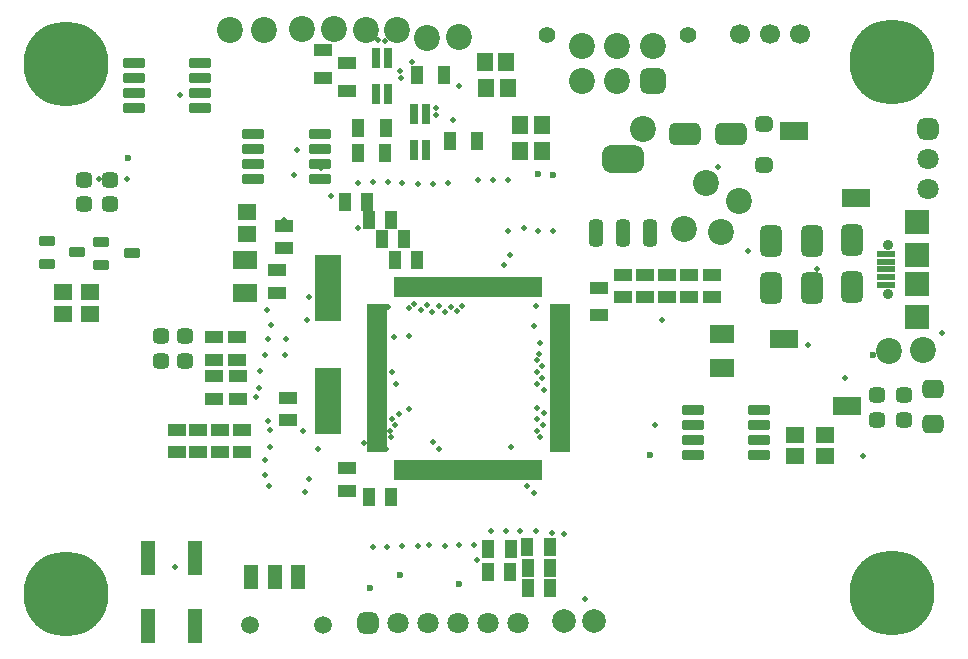
<source format=gts>
G04*
G04 #@! TF.GenerationSoftware,Altium Limited,Altium Designer,23.11.1 (41)*
G04*
G04 Layer_Color=8388736*
%FSLAX44Y44*%
%MOMM*%
G71*
G04*
G04 #@! TF.SameCoordinates,4CE7A35D-70A9-472E-BD1E-F3F5204FB4D5*
G04*
G04*
G04 #@! TF.FilePolarity,Negative*
G04*
G01*
G75*
%ADD42R,2.2000X5.7000*%
%ADD43R,1.5000X1.1000*%
%ADD44R,1.1000X1.5000*%
%ADD45R,1.2000X2.9500*%
G04:AMPARAMS|DCode=46|XSize=0.85mm|YSize=1.4mm|CornerRadius=0.2625mm|HoleSize=0mm|Usage=FLASHONLY|Rotation=90.000|XOffset=0mm|YOffset=0mm|HoleType=Round|Shape=RoundedRectangle|*
%AMROUNDEDRECTD46*
21,1,0.8500,0.8750,0,0,90.0*
21,1,0.3250,1.4000,0,0,90.0*
1,1,0.5250,0.4375,0.1625*
1,1,0.5250,0.4375,-0.1625*
1,1,0.5250,-0.4375,-0.1625*
1,1,0.5250,-0.4375,0.1625*
%
%ADD46ROUNDEDRECTD46*%
G04:AMPARAMS|DCode=47|XSize=1.4mm|YSize=1.3mm|CornerRadius=0.375mm|HoleSize=0mm|Usage=FLASHONLY|Rotation=180.000|XOffset=0mm|YOffset=0mm|HoleType=Round|Shape=RoundedRectangle|*
%AMROUNDEDRECTD47*
21,1,1.4000,0.5500,0,0,180.0*
21,1,0.6500,1.3000,0,0,180.0*
1,1,0.7500,-0.3250,0.2750*
1,1,0.7500,0.3250,0.2750*
1,1,0.7500,0.3250,-0.2750*
1,1,0.7500,-0.3250,-0.2750*
%
%ADD47ROUNDEDRECTD47*%
%ADD48R,1.5500X1.3500*%
%ADD49C,2.2000*%
%ADD50R,1.3500X1.5500*%
%ADD51R,0.5000X1.6750*%
%ADD52R,1.6750X0.5000*%
%ADD53R,2.1500X1.6000*%
%ADD54R,0.7500X1.7000*%
G04:AMPARAMS|DCode=55|XSize=0.85mm|YSize=1.9mm|CornerRadius=0.2625mm|HoleSize=0mm|Usage=FLASHONLY|Rotation=90.000|XOffset=0mm|YOffset=0mm|HoleType=Round|Shape=RoundedRectangle|*
%AMROUNDEDRECTD55*
21,1,0.8500,1.3750,0,0,90.0*
21,1,0.3250,1.9000,0,0,90.0*
1,1,0.5250,0.6875,0.1625*
1,1,0.5250,0.6875,-0.1625*
1,1,0.5250,-0.6875,-0.1625*
1,1,0.5250,-0.6875,0.1625*
%
%ADD55ROUNDEDRECTD55*%
G04:AMPARAMS|DCode=56|XSize=1.9mm|YSize=2.7mm|CornerRadius=0.525mm|HoleSize=0mm|Usage=FLASHONLY|Rotation=270.000|XOffset=0mm|YOffset=0mm|HoleType=Round|Shape=RoundedRectangle|*
%AMROUNDEDRECTD56*
21,1,1.9000,1.6500,0,0,270.0*
21,1,0.8500,2.7000,0,0,270.0*
1,1,1.0500,-0.8250,-0.4250*
1,1,1.0500,-0.8250,0.4250*
1,1,1.0500,0.8250,0.4250*
1,1,1.0500,0.8250,-0.4250*
%
%ADD56ROUNDEDRECTD56*%
%ADD57R,2.4000X1.5000*%
G04:AMPARAMS|DCode=58|XSize=1.5mm|YSize=1.3mm|CornerRadius=0.375mm|HoleSize=0mm|Usage=FLASHONLY|Rotation=180.000|XOffset=0mm|YOffset=0mm|HoleType=Round|Shape=RoundedRectangle|*
%AMROUNDEDRECTD58*
21,1,1.5000,0.5500,0,0,180.0*
21,1,0.7500,1.3000,0,0,180.0*
1,1,0.7500,-0.3750,0.2750*
1,1,0.7500,0.3750,0.2750*
1,1,0.7500,0.3750,-0.2750*
1,1,0.7500,-0.3750,-0.2750*
%
%ADD58ROUNDEDRECTD58*%
%ADD59R,1.2000X2.1000*%
%ADD60R,2.1000X2.1000*%
%ADD61R,2.1000X2.0000*%
%ADD62R,1.5500X0.6000*%
G04:AMPARAMS|DCode=63|XSize=1.9mm|YSize=2.7mm|CornerRadius=0.525mm|HoleSize=0mm|Usage=FLASHONLY|Rotation=180.000|XOffset=0mm|YOffset=0mm|HoleType=Round|Shape=RoundedRectangle|*
%AMROUNDEDRECTD63*
21,1,1.9000,1.6500,0,0,180.0*
21,1,0.8500,2.7000,0,0,180.0*
1,1,1.0500,-0.4250,0.8250*
1,1,1.0500,0.4250,0.8250*
1,1,1.0500,0.4250,-0.8250*
1,1,1.0500,-0.4250,-0.8250*
%
%ADD63ROUNDEDRECTD63*%
G04:AMPARAMS|DCode=64|XSize=1.2mm|YSize=2.3mm|CornerRadius=0.35mm|HoleSize=0mm|Usage=FLASHONLY|Rotation=180.000|XOffset=0mm|YOffset=0mm|HoleType=Round|Shape=RoundedRectangle|*
%AMROUNDEDRECTD64*
21,1,1.2000,1.6000,0,0,180.0*
21,1,0.5000,2.3000,0,0,180.0*
1,1,0.7000,-0.2500,0.8000*
1,1,0.7000,0.2500,0.8000*
1,1,0.7000,0.2500,-0.8000*
1,1,0.7000,-0.2500,-0.8000*
%
%ADD64ROUNDEDRECTD64*%
G04:AMPARAMS|DCode=65|XSize=3.5mm|YSize=2.3mm|CornerRadius=0.625mm|HoleSize=0mm|Usage=FLASHONLY|Rotation=180.000|XOffset=0mm|YOffset=0mm|HoleType=Round|Shape=RoundedRectangle|*
%AMROUNDEDRECTD65*
21,1,3.5000,1.0500,0,0,180.0*
21,1,2.2500,2.3000,0,0,180.0*
1,1,1.2500,-1.1250,0.5250*
1,1,1.2500,1.1250,0.5250*
1,1,1.2500,1.1250,-0.5250*
1,1,1.2500,-1.1250,-0.5250*
%
%ADD65ROUNDEDRECTD65*%
G04:AMPARAMS|DCode=66|XSize=1.8mm|YSize=1.6mm|CornerRadius=0.45mm|HoleSize=0mm|Usage=FLASHONLY|Rotation=180.000|XOffset=0mm|YOffset=0mm|HoleType=Round|Shape=RoundedRectangle|*
%AMROUNDEDRECTD66*
21,1,1.8000,0.7000,0,0,180.0*
21,1,0.9000,1.6000,0,0,180.0*
1,1,0.9000,-0.4500,0.3500*
1,1,0.9000,0.4500,0.3500*
1,1,0.9000,0.4500,-0.3500*
1,1,0.9000,-0.4500,-0.3500*
%
%ADD66ROUNDEDRECTD66*%
%ADD67C,1.8000*%
G04:AMPARAMS|DCode=68|XSize=1.8mm|YSize=1.8mm|CornerRadius=0.5mm|HoleSize=0mm|Usage=FLASHONLY|Rotation=0.000|XOffset=0mm|YOffset=0mm|HoleType=Round|Shape=RoundedRectangle|*
%AMROUNDEDRECTD68*
21,1,1.8000,0.8000,0,0,0.0*
21,1,0.8000,1.8000,0,0,0.0*
1,1,1.0000,0.4000,-0.4000*
1,1,1.0000,-0.4000,-0.4000*
1,1,1.0000,-0.4000,0.4000*
1,1,1.0000,0.4000,0.4000*
%
%ADD68ROUNDEDRECTD68*%
%ADD69C,7.2000*%
%ADD70C,1.4000*%
G04:AMPARAMS|DCode=71|XSize=2.2mm|YSize=2.2mm|CornerRadius=0.6mm|HoleSize=0mm|Usage=FLASHONLY|Rotation=90.000|XOffset=0mm|YOffset=0mm|HoleType=Round|Shape=RoundedRectangle|*
%AMROUNDEDRECTD71*
21,1,2.2000,1.0000,0,0,90.0*
21,1,1.0000,2.2000,0,0,90.0*
1,1,1.2000,0.5000,0.5000*
1,1,1.2000,0.5000,-0.5000*
1,1,1.2000,-0.5000,-0.5000*
1,1,1.2000,-0.5000,0.5000*
%
%ADD71ROUNDEDRECTD71*%
%ADD72C,1.5000*%
%ADD73C,1.7000*%
%ADD74C,2.0000*%
G04:AMPARAMS|DCode=75|XSize=1.8mm|YSize=1.8mm|CornerRadius=0.5mm|HoleSize=0mm|Usage=FLASHONLY|Rotation=270.000|XOffset=0mm|YOffset=0mm|HoleType=Round|Shape=RoundedRectangle|*
%AMROUNDEDRECTD75*
21,1,1.8000,0.8000,0,0,270.0*
21,1,0.8000,1.8000,0,0,270.0*
1,1,1.0000,-0.4000,-0.4000*
1,1,1.0000,-0.4000,0.4000*
1,1,1.0000,0.4000,0.4000*
1,1,1.0000,0.4000,-0.4000*
%
%ADD75ROUNDEDRECTD75*%
%ADD76C,0.9000*%
%ADD77C,0.5000*%
%ADD78C,0.6000*%
D42*
X272000Y359000D02*
D03*
Y264000D02*
D03*
D43*
X162000Y239500D02*
D03*
Y220500D02*
D03*
X144000Y239500D02*
D03*
Y220500D02*
D03*
X199000Y239500D02*
D03*
Y220500D02*
D03*
X181000Y239500D02*
D03*
Y220500D02*
D03*
X288000Y206500D02*
D03*
Y187500D02*
D03*
X235000Y412000D02*
D03*
Y393000D02*
D03*
X288000Y526500D02*
D03*
Y549500D02*
D03*
X196000Y284500D02*
D03*
Y265500D02*
D03*
X176000Y284500D02*
D03*
Y265500D02*
D03*
X176000Y317500D02*
D03*
Y298500D02*
D03*
X195000Y317500D02*
D03*
Y298500D02*
D03*
X268000Y537500D02*
D03*
Y560500D02*
D03*
X502000Y336500D02*
D03*
Y359500D02*
D03*
X229000Y374500D02*
D03*
Y355500D02*
D03*
X238000Y266500D02*
D03*
Y247500D02*
D03*
X559000Y351500D02*
D03*
Y370500D02*
D03*
X597000Y351500D02*
D03*
Y370500D02*
D03*
X578000Y351500D02*
D03*
Y370500D02*
D03*
X541000Y351500D02*
D03*
Y370500D02*
D03*
X522000Y351500D02*
D03*
Y370500D02*
D03*
D44*
X305500Y432000D02*
D03*
X286500D02*
D03*
X325500Y417000D02*
D03*
X306500D02*
D03*
X306500Y182000D02*
D03*
X325500D02*
D03*
X317500Y401000D02*
D03*
X336500D02*
D03*
X328500Y383000D02*
D03*
X347500D02*
D03*
X427000Y138000D02*
D03*
X408000D02*
D03*
X426500Y119000D02*
D03*
X407500D02*
D03*
X460500Y105000D02*
D03*
X441500D02*
D03*
X460500Y122000D02*
D03*
X441500D02*
D03*
X460000Y140000D02*
D03*
X441000D02*
D03*
X297500Y474000D02*
D03*
X320500D02*
D03*
X370500Y540000D02*
D03*
X347500D02*
D03*
X398500Y484000D02*
D03*
X375500D02*
D03*
X298000Y495000D02*
D03*
X321000D02*
D03*
D45*
X120000Y73250D02*
D03*
Y130750D02*
D03*
X160000Y73250D02*
D03*
Y130750D02*
D03*
D46*
X80000Y398032D02*
D03*
Y379032D02*
D03*
X106000Y388532D02*
D03*
X34000Y399032D02*
D03*
Y380032D02*
D03*
X60000Y389532D02*
D03*
D47*
X88000Y430032D02*
D03*
Y451032D02*
D03*
X66000Y430032D02*
D03*
Y451032D02*
D03*
X151000Y318500D02*
D03*
Y297500D02*
D03*
X131000Y318500D02*
D03*
Y297500D02*
D03*
X760000Y247500D02*
D03*
Y268500D02*
D03*
X737000Y247500D02*
D03*
Y268500D02*
D03*
D48*
X48000Y337282D02*
D03*
Y355782D02*
D03*
X71000Y337032D02*
D03*
Y355532D02*
D03*
X204000Y423250D02*
D03*
Y404750D02*
D03*
X668000Y235250D02*
D03*
Y216750D02*
D03*
X693000D02*
D03*
Y235250D02*
D03*
D49*
X189000Y578000D02*
D03*
X218000D02*
D03*
X250000Y579000D02*
D03*
X277000D02*
D03*
X383000Y572000D02*
D03*
X356000Y571000D02*
D03*
X331000Y578000D02*
D03*
X304000D02*
D03*
X605000Y407000D02*
D03*
X592000Y448000D02*
D03*
X747000Y306000D02*
D03*
X776000Y307000D02*
D03*
X620000Y433000D02*
D03*
X574000Y409000D02*
D03*
X539000Y494000D02*
D03*
X547000Y564555D02*
D03*
X517000D02*
D03*
X487000D02*
D03*
X517000Y534555D02*
D03*
X487000D02*
D03*
D50*
X423250Y551000D02*
D03*
X404750D02*
D03*
X424250Y529000D02*
D03*
X405750D02*
D03*
X453250Y497000D02*
D03*
X434750D02*
D03*
X453250Y475000D02*
D03*
X434750D02*
D03*
D51*
X331000Y360380D02*
D03*
X336000D02*
D03*
X341000D02*
D03*
X346000D02*
D03*
X351000D02*
D03*
X356000D02*
D03*
X361000D02*
D03*
X366000D02*
D03*
X371000D02*
D03*
X376000D02*
D03*
X381000D02*
D03*
X386000D02*
D03*
X391000D02*
D03*
X396000D02*
D03*
X401000D02*
D03*
X406000D02*
D03*
X411000D02*
D03*
X416000D02*
D03*
X421000D02*
D03*
X426000D02*
D03*
X431000D02*
D03*
X436000D02*
D03*
X441000D02*
D03*
X446000D02*
D03*
X451000D02*
D03*
Y205620D02*
D03*
X446000D02*
D03*
X441000D02*
D03*
X436000D02*
D03*
X431000D02*
D03*
X426000D02*
D03*
X421000D02*
D03*
X416000D02*
D03*
X411000D02*
D03*
X406000D02*
D03*
X401000D02*
D03*
X396000D02*
D03*
X391000D02*
D03*
X386000D02*
D03*
X381000D02*
D03*
X376000D02*
D03*
X371000D02*
D03*
X366000D02*
D03*
X361000D02*
D03*
X356000D02*
D03*
X351000D02*
D03*
X346000D02*
D03*
X341000D02*
D03*
X336000D02*
D03*
X331000D02*
D03*
D52*
X468380Y343000D02*
D03*
Y338000D02*
D03*
Y333000D02*
D03*
Y328000D02*
D03*
Y323000D02*
D03*
Y318000D02*
D03*
Y313000D02*
D03*
Y308000D02*
D03*
Y303000D02*
D03*
Y298000D02*
D03*
Y293000D02*
D03*
Y288000D02*
D03*
Y283000D02*
D03*
Y278000D02*
D03*
Y273000D02*
D03*
Y268000D02*
D03*
Y263000D02*
D03*
Y258000D02*
D03*
Y253000D02*
D03*
Y248000D02*
D03*
Y243000D02*
D03*
Y238000D02*
D03*
Y233000D02*
D03*
Y228000D02*
D03*
Y223000D02*
D03*
X313620D02*
D03*
Y228000D02*
D03*
Y233000D02*
D03*
Y238000D02*
D03*
Y243000D02*
D03*
Y248000D02*
D03*
Y253000D02*
D03*
Y258000D02*
D03*
Y263000D02*
D03*
Y268000D02*
D03*
Y273000D02*
D03*
Y278000D02*
D03*
Y283000D02*
D03*
Y288000D02*
D03*
Y293000D02*
D03*
Y298000D02*
D03*
Y303000D02*
D03*
Y308000D02*
D03*
Y313000D02*
D03*
Y318000D02*
D03*
Y323000D02*
D03*
Y328000D02*
D03*
Y333000D02*
D03*
Y338000D02*
D03*
Y343000D02*
D03*
D53*
X606000Y320000D02*
D03*
Y292000D02*
D03*
X202000Y383000D02*
D03*
Y355000D02*
D03*
D54*
X323000Y523750D02*
D03*
X313000Y554250D02*
D03*
X323000D02*
D03*
X313000Y523750D02*
D03*
X345000Y506250D02*
D03*
X355000Y475750D02*
D03*
X345000D02*
D03*
X355000Y506250D02*
D03*
D55*
X108000Y550050D02*
D03*
Y537350D02*
D03*
Y524650D02*
D03*
Y511950D02*
D03*
X164000Y550050D02*
D03*
Y537350D02*
D03*
Y524650D02*
D03*
Y511950D02*
D03*
X209000Y490050D02*
D03*
Y477350D02*
D03*
Y464650D02*
D03*
Y451950D02*
D03*
X265000Y490050D02*
D03*
Y477350D02*
D03*
Y464650D02*
D03*
Y451950D02*
D03*
X581000Y256100D02*
D03*
Y243400D02*
D03*
Y230700D02*
D03*
Y218000D02*
D03*
X637000Y256100D02*
D03*
Y243400D02*
D03*
Y230700D02*
D03*
Y218000D02*
D03*
D56*
X613750Y490000D02*
D03*
X574250D02*
D03*
D57*
X666500Y492250D02*
D03*
X719433Y435683D02*
D03*
X711433Y259683D02*
D03*
X658500Y316250D02*
D03*
D58*
X641000Y498500D02*
D03*
Y463500D02*
D03*
D59*
X247000Y114500D02*
D03*
X227000D02*
D03*
X207000D02*
D03*
D60*
X771000Y363000D02*
D03*
Y387000D02*
D03*
D61*
Y335000D02*
D03*
Y415000D02*
D03*
D62*
X744250Y362000D02*
D03*
Y388000D02*
D03*
Y368500D02*
D03*
Y375000D02*
D03*
Y381500D02*
D03*
D63*
X682000Y398750D02*
D03*
Y359250D02*
D03*
X647000Y398750D02*
D03*
Y359250D02*
D03*
X716000Y399750D02*
D03*
Y360250D02*
D03*
D64*
X499000Y405500D02*
D03*
X522000D02*
D03*
X545000D02*
D03*
D65*
X522000Y468500D02*
D03*
D66*
X784000Y274000D02*
D03*
Y244000D02*
D03*
D67*
X433400Y76000D02*
D03*
X408000D02*
D03*
X357200D02*
D03*
X331800D02*
D03*
X382600D02*
D03*
X780000Y443200D02*
D03*
Y468600D02*
D03*
D68*
X306400Y76000D02*
D03*
D69*
X50000Y549000D02*
D03*
X750000Y101000D02*
D03*
Y551000D02*
D03*
X50000Y100000D02*
D03*
D70*
X457310Y573445D02*
D03*
X576690D02*
D03*
D71*
X547000Y534555D02*
D03*
D72*
X268250Y74000D02*
D03*
X205750D02*
D03*
D73*
X672000Y574000D02*
D03*
X621200D02*
D03*
X646600D02*
D03*
D74*
X472300Y77000D02*
D03*
X497700D02*
D03*
D75*
X780000Y494000D02*
D03*
D76*
X746500Y354250D02*
D03*
Y395750D02*
D03*
X30000Y569000D02*
D03*
X22500Y549000D02*
D03*
X30000Y529000D02*
D03*
X50000Y521500D02*
D03*
X70000Y529000D02*
D03*
X77500Y549000D02*
D03*
X70000Y569000D02*
D03*
X50000Y576500D02*
D03*
X730000Y121000D02*
D03*
X722500Y101000D02*
D03*
X730000Y81000D02*
D03*
X750000Y73500D02*
D03*
X770000Y81000D02*
D03*
X777500Y101000D02*
D03*
X770000Y121000D02*
D03*
X750000Y128500D02*
D03*
Y578500D02*
D03*
X770000Y571000D02*
D03*
X777500Y551000D02*
D03*
X770000Y531000D02*
D03*
X750000Y523500D02*
D03*
X730000Y531000D02*
D03*
X722500Y551000D02*
D03*
X730000Y571000D02*
D03*
X50000Y127500D02*
D03*
X70000Y120000D02*
D03*
X77500Y100000D02*
D03*
X70000Y80000D02*
D03*
X50000Y72500D02*
D03*
X30000Y80000D02*
D03*
X22500Y100000D02*
D03*
X30000Y120000D02*
D03*
D77*
X602000Y462100D02*
D03*
X694000Y235000D02*
D03*
X449226Y238000D02*
D03*
X454226Y243063D02*
D03*
X449226Y248063D02*
D03*
X251000Y238000D02*
D03*
X214000Y275000D02*
D03*
X215000Y289000D02*
D03*
X277000Y339000D02*
D03*
X236000Y303000D02*
D03*
X236500Y316000D02*
D03*
X211000Y267000D02*
D03*
X221000Y247000D02*
D03*
X222818Y238818D02*
D03*
X144000Y220500D02*
D03*
Y239500D02*
D03*
X275000Y437000D02*
D03*
X254734Y332600D02*
D03*
X288000Y187500D02*
D03*
Y206500D02*
D03*
X549000Y243000D02*
D03*
X792000Y321000D02*
D03*
X243000Y455000D02*
D03*
X246000Y476000D02*
D03*
X209000Y477000D02*
D03*
X348000Y141000D02*
D03*
X358000Y142000D02*
D03*
X396000D02*
D03*
X383000D02*
D03*
X371000Y141000D02*
D03*
X310000Y140000D02*
D03*
X322000D02*
D03*
X335000Y141000D02*
D03*
X219000Y201000D02*
D03*
X256318Y197318D02*
D03*
X253000Y187000D02*
D03*
X264000Y223000D02*
D03*
X499000Y405000D02*
D03*
X220898Y340500D02*
D03*
X247000Y115000D02*
D03*
X597000Y351500D02*
D03*
X441000Y125500D02*
D03*
X555000Y332000D02*
D03*
X573000Y409000D02*
D03*
X592000Y448000D02*
D03*
X412000Y451000D02*
D03*
X399000D02*
D03*
X425000D02*
D03*
X204000Y420000D02*
D03*
X235000Y416500D02*
D03*
X298000Y410000D02*
D03*
X490000Y96000D02*
D03*
X448000Y154000D02*
D03*
Y344000D02*
D03*
X449226Y288063D02*
D03*
X452000Y313000D02*
D03*
X449226Y298063D02*
D03*
X451226Y303063D02*
D03*
X453226Y293063D02*
D03*
Y283063D02*
D03*
X447000Y327000D02*
D03*
X449226Y278063D02*
D03*
X455226Y273063D02*
D03*
X323000Y449000D02*
D03*
X310000D02*
D03*
X374000Y448000D02*
D03*
X298000D02*
D03*
X348000Y447000D02*
D03*
X361000D02*
D03*
X335000Y448000D02*
D03*
X108000Y525000D02*
D03*
X107000Y511000D02*
D03*
X78000Y451532D02*
D03*
X453250Y500500D02*
D03*
X102000Y451532D02*
D03*
X410000Y154000D02*
D03*
X438252Y409897D02*
D03*
X463000Y408000D02*
D03*
X522000Y398000D02*
D03*
X256000Y352000D02*
D03*
X425000Y408000D02*
D03*
X472000Y151000D02*
D03*
X423000Y154000D02*
D03*
X427000Y225000D02*
D03*
X450000Y408000D02*
D03*
X366000Y344000D02*
D03*
X371000Y339000D02*
D03*
X386000Y344000D02*
D03*
X236500Y247000D02*
D03*
X147000Y523000D02*
D03*
X266000Y460500D02*
D03*
X545000Y404000D02*
D03*
X686000Y375250D02*
D03*
X721000Y436000D02*
D03*
X198000Y350000D02*
D03*
X341000Y319000D02*
D03*
Y257000D02*
D03*
X329136Y243000D02*
D03*
X325500Y233000D02*
D03*
X332000Y253000D02*
D03*
X398000Y129000D02*
D03*
X597000Y370500D02*
D03*
X143000Y123000D02*
D03*
X426000Y387000D02*
D03*
X421000Y379000D02*
D03*
X323184Y343057D02*
D03*
X341000Y342000D02*
D03*
X108000Y550050D02*
D03*
X452000Y233000D02*
D03*
X343000Y551000D02*
D03*
X376000Y485000D02*
D03*
X378000Y501460D02*
D03*
X383500Y530000D02*
D03*
X447000Y186000D02*
D03*
X160000Y127000D02*
D03*
X321636Y223000D02*
D03*
X330000Y278000D02*
D03*
X303000Y228000D02*
D03*
X441000Y192000D02*
D03*
X462000Y152000D02*
D03*
X360000Y339000D02*
D03*
X263000Y477000D02*
D03*
X268000Y537500D02*
D03*
X297500Y474000D02*
D03*
X34000Y399532D02*
D03*
X79500Y379532D02*
D03*
X80000Y398532D02*
D03*
X48000Y337282D02*
D03*
X108000Y537000D02*
D03*
X268000Y559000D02*
D03*
X288000Y551000D02*
D03*
X314460Y569250D02*
D03*
X320049Y568053D02*
D03*
X453250Y475000D02*
D03*
X334071Y537230D02*
D03*
X333305Y542770D02*
D03*
X363234Y505695D02*
D03*
X364000Y512000D02*
D03*
X425000Y529000D02*
D03*
X423250Y551000D02*
D03*
X119000Y80250D02*
D03*
X227000Y115000D02*
D03*
X208000Y114000D02*
D03*
X132000Y317000D02*
D03*
X151000Y318000D02*
D03*
X221488Y316025D02*
D03*
X381000Y340000D02*
D03*
X581000Y230700D02*
D03*
X679000Y311000D02*
D03*
X737000Y269000D02*
D03*
X620000Y433000D02*
D03*
X760000Y269000D02*
D03*
X784000Y275000D02*
D03*
X782000Y304250D02*
D03*
X710000Y283000D02*
D03*
X737000Y247500D02*
D03*
X716875Y361125D02*
D03*
X725000Y217000D02*
D03*
X582000Y218000D02*
D03*
X606000Y292000D02*
D03*
X628000Y391000D02*
D03*
X131000Y297500D02*
D03*
X435000Y154000D02*
D03*
X219000Y214000D02*
D03*
X229000Y374000D02*
D03*
X328000Y318000D02*
D03*
X223000Y225000D02*
D03*
X326000Y288000D02*
D03*
X219000Y303000D02*
D03*
X224000Y328000D02*
D03*
X326000Y248000D02*
D03*
X325000Y238000D02*
D03*
X455226Y253063D02*
D03*
X449226Y258063D02*
D03*
X344743Y346000D02*
D03*
X356000Y345000D02*
D03*
X351000Y341000D02*
D03*
X376000Y343000D02*
D03*
X222000Y192000D02*
D03*
X361000Y229000D02*
D03*
X366000Y223000D02*
D03*
X614000Y490000D02*
D03*
X770500Y387500D02*
D03*
D78*
X522000Y469000D02*
D03*
X450000Y456000D02*
D03*
X210000Y465000D02*
D03*
X308000Y105000D02*
D03*
X333000Y116000D02*
D03*
X383000Y109000D02*
D03*
X463000Y455000D02*
D03*
X733418Y302605D02*
D03*
X545000Y218000D02*
D03*
X103000Y469782D02*
D03*
M02*

</source>
